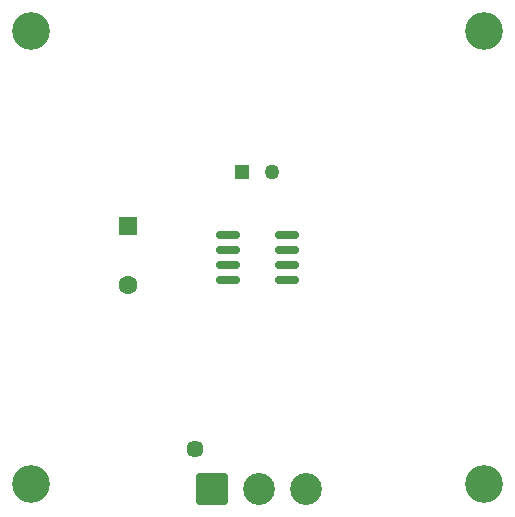
<source format=gbr>
%TF.GenerationSoftware,KiCad,Pcbnew,9.0.7*%
%TF.CreationDate,2026-01-28T16:33:08-08:00*%
%TF.ProjectId,speed-sensor-PCB,73706565-642d-4736-956e-736f722d5043,rev?*%
%TF.SameCoordinates,Original*%
%TF.FileFunction,Soldermask,Top*%
%TF.FilePolarity,Negative*%
%FSLAX46Y46*%
G04 Gerber Fmt 4.6, Leading zero omitted, Abs format (unit mm)*
G04 Created by KiCad (PCBNEW 9.0.7) date 2026-01-28 16:33:08*
%MOMM*%
%LPD*%
G01*
G04 APERTURE LIST*
G04 Aperture macros list*
%AMRoundRect*
0 Rectangle with rounded corners*
0 $1 Rounding radius*
0 $2 $3 $4 $5 $6 $7 $8 $9 X,Y pos of 4 corners*
0 Add a 4 corners polygon primitive as box body*
4,1,4,$2,$3,$4,$5,$6,$7,$8,$9,$2,$3,0*
0 Add four circle primitives for the rounded corners*
1,1,$1+$1,$2,$3*
1,1,$1+$1,$4,$5*
1,1,$1+$1,$6,$7*
1,1,$1+$1,$8,$9*
0 Add four rect primitives between the rounded corners*
20,1,$1+$1,$2,$3,$4,$5,0*
20,1,$1+$1,$4,$5,$6,$7,0*
20,1,$1+$1,$6,$7,$8,$9,0*
20,1,$1+$1,$8,$9,$2,$3,0*%
G04 Aperture macros list end*
%ADD10C,1.600000*%
%ADD11RoundRect,0.250000X-0.550000X0.550000X-0.550000X-0.550000X0.550000X-0.550000X0.550000X0.550000X0*%
%ADD12C,1.450000*%
%ADD13RoundRect,0.250001X-1.099999X-1.099999X1.099999X-1.099999X1.099999X1.099999X-1.099999X1.099999X0*%
%ADD14C,2.700000*%
%ADD15C,3.200000*%
%ADD16RoundRect,0.150000X-0.825000X-0.150000X0.825000X-0.150000X0.825000X0.150000X-0.825000X0.150000X0*%
%ADD17R,1.270000X1.270000*%
%ADD18C,1.270000*%
G04 APERTURE END LIST*
D10*
%TO.C,C2*%
X89040000Y-102350000D03*
D11*
X89040000Y-97350000D03*
%TD*%
D12*
%TO.C,J1*%
X94690000Y-116180000D03*
D13*
X96190000Y-119580000D03*
D14*
X100150000Y-119580000D03*
X104110000Y-119580000D03*
%TD*%
D15*
%TO.C,H4*%
X80837400Y-80837400D03*
%TD*%
%TO.C,H3*%
X119162593Y-80837400D03*
%TD*%
%TO.C,H2*%
X80837400Y-119162593D03*
%TD*%
%TO.C,H1*%
X119162594Y-119162594D03*
%TD*%
D16*
%TO.C,IC1*%
X97525000Y-98095000D03*
X97525000Y-99365000D03*
X97525000Y-100635000D03*
X97525000Y-101905000D03*
X102475000Y-101905000D03*
X102475000Y-100635000D03*
X102475000Y-99365000D03*
X102475000Y-98095000D03*
%TD*%
D17*
%TO.C,C1*%
X98680000Y-92780000D03*
D18*
X101220000Y-92780000D03*
%TD*%
M02*

</source>
